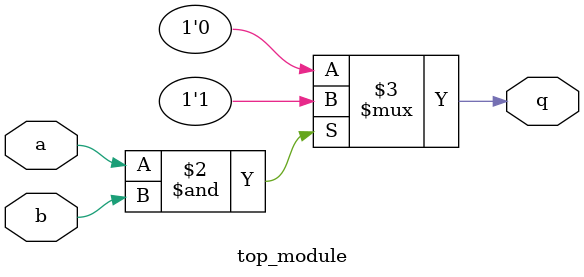
<source format=v>
module top_module (
    input a,
    input b,
    output q );

    assign q = (a&b==1'b1)?1'b1:1'b0; 

endmodule

</source>
